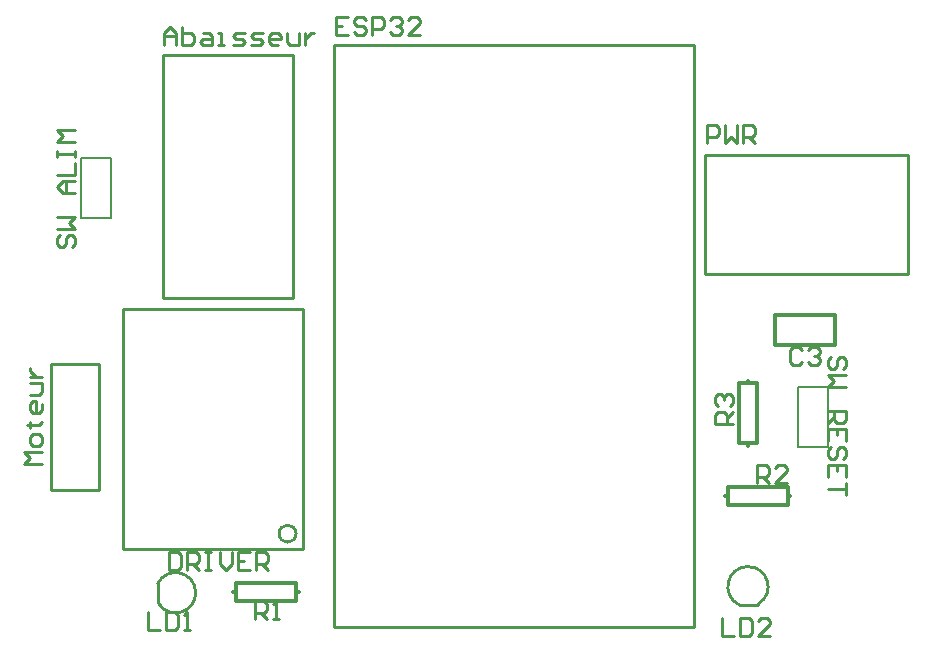
<source format=gto>
G04 Layer_Color=65535*
%FSLAX25Y25*%
%MOIN*%
G70*
G01*
G75*
%ADD20C,0.01000*%
%ADD21C,0.00984*%
%ADD22C,0.01200*%
%ADD23C,0.00787*%
D20*
X99364Y287244D02*
G03*
X99364Y287244I-2828J0D01*
G01*
X253451Y263815D02*
G03*
X247000Y263567I-3451J5752D01*
G01*
X53460Y264108D02*
G03*
X53213Y270559I5752J3451D01*
G01*
X247000Y263567D02*
X253204D01*
X247000D02*
X253204D01*
X247000D02*
X253204D01*
X247000D02*
X253204D01*
X235799Y413543D02*
X303268D01*
Y373858D02*
Y413543D01*
X235799Y373858D02*
X303268D01*
X235799D02*
Y413543D01*
X53213Y264355D02*
Y270559D01*
Y264355D02*
Y270559D01*
Y264355D02*
Y270559D01*
Y264355D02*
Y270559D01*
X236303Y417362D02*
Y423360D01*
X239302D01*
X240302Y422361D01*
Y420361D01*
X239302Y419361D01*
X236303D01*
X242301Y423360D02*
Y417362D01*
X244301Y419361D01*
X246300Y417362D01*
Y423360D01*
X248299Y417362D02*
Y423360D01*
X251298D01*
X252298Y422361D01*
Y420361D01*
X251298Y419361D01*
X248299D01*
X250299D02*
X252298Y417362D01*
X85709Y258701D02*
Y264699D01*
X88708D01*
X89707Y263699D01*
Y261700D01*
X88708Y260700D01*
X85709D01*
X87708D02*
X89707Y258701D01*
X91707D02*
X93706D01*
X92706D01*
Y264699D01*
X91707Y263699D01*
X55503Y450162D02*
Y454161D01*
X57503Y456160D01*
X59502Y454161D01*
Y450162D01*
Y453161D01*
X55503D01*
X61501Y456160D02*
Y450162D01*
X64500D01*
X65500Y451162D01*
Y452162D01*
Y453161D01*
X64500Y454161D01*
X61501D01*
X68499D02*
X70498D01*
X71498Y453161D01*
Y450162D01*
X68499D01*
X67499Y451162D01*
X68499Y452162D01*
X71498D01*
X73497Y450162D02*
X75497D01*
X74497D01*
Y454161D01*
X73497D01*
X78496Y450162D02*
X81495D01*
X82494Y451162D01*
X81495Y452162D01*
X79495D01*
X78496Y453161D01*
X79495Y454161D01*
X82494D01*
X84494Y450162D02*
X87493D01*
X88493Y451162D01*
X87493Y452162D01*
X85493D01*
X84494Y453161D01*
X85493Y454161D01*
X88493D01*
X93491Y450162D02*
X91492D01*
X90492Y451162D01*
Y453161D01*
X91492Y454161D01*
X93491D01*
X94490Y453161D01*
Y452162D01*
X90492D01*
X96490Y454161D02*
Y451162D01*
X97490Y450162D01*
X100489D01*
Y454161D01*
X102488D02*
Y450162D01*
Y452162D01*
X103488Y453161D01*
X104487Y454161D01*
X105487D01*
X57087Y281195D02*
Y275197D01*
X60086D01*
X61085Y276197D01*
Y280195D01*
X60086Y281195D01*
X57087D01*
X63085Y275197D02*
Y281195D01*
X66084D01*
X67083Y280195D01*
Y278196D01*
X66084Y277196D01*
X63085D01*
X65084D02*
X67083Y275197D01*
X69083Y281195D02*
X71082D01*
X70082D01*
Y275197D01*
X69083D01*
X71082D01*
X74081Y281195D02*
Y277196D01*
X76081Y275197D01*
X78080Y277196D01*
Y281195D01*
X84078D02*
X80079D01*
Y275197D01*
X84078D01*
X80079Y278196D02*
X82078D01*
X86077Y275197D02*
Y281195D01*
X89076D01*
X90076Y280195D01*
Y278196D01*
X89076Y277196D01*
X86077D01*
X88077D02*
X90076Y275197D01*
X116602Y459560D02*
X112603D01*
Y453562D01*
X116602D01*
X112603Y456561D02*
X114602D01*
X122600Y458561D02*
X121600Y459560D01*
X119601D01*
X118601Y458561D01*
Y457561D01*
X119601Y456561D01*
X121600D01*
X122600Y455561D01*
Y454562D01*
X121600Y453562D01*
X119601D01*
X118601Y454562D01*
X124599Y453562D02*
Y459560D01*
X127598D01*
X128598Y458561D01*
Y456561D01*
X127598Y455561D01*
X124599D01*
X130597Y458561D02*
X131597Y459560D01*
X133596D01*
X134596Y458561D01*
Y457561D01*
X133596Y456561D01*
X132597D01*
X133596D01*
X134596Y455561D01*
Y454562D01*
X133596Y453562D01*
X131597D01*
X130597Y454562D01*
X140594Y453562D02*
X136595D01*
X140594Y457561D01*
Y458561D01*
X139594Y459560D01*
X137595D01*
X136595Y458561D01*
X245158Y323661D02*
X239159D01*
Y326660D01*
X240159Y327660D01*
X242158D01*
X243158Y326660D01*
Y323661D01*
Y325661D02*
X245158Y327660D01*
X240159Y329660D02*
X239159Y330659D01*
Y332659D01*
X240159Y333658D01*
X241159D01*
X242158Y332659D01*
Y331659D01*
Y332659D01*
X243158Y333658D01*
X244158D01*
X245158Y332659D01*
Y330659D01*
X244158Y329660D01*
X281573Y342182D02*
X282573Y343182D01*
Y345181D01*
X281573Y346181D01*
X280574D01*
X279574Y345181D01*
Y343182D01*
X278574Y342182D01*
X277574D01*
X276575Y343182D01*
Y345181D01*
X277574Y346181D01*
X282573Y340183D02*
X276575D01*
X278574Y338184D01*
X276575Y336184D01*
X282573D01*
X276575Y328187D02*
X282573D01*
Y325188D01*
X281573Y324188D01*
X279574D01*
X278574Y325188D01*
Y328187D01*
Y326188D02*
X276575Y324188D01*
X282573Y318190D02*
Y322189D01*
X276575D01*
Y318190D01*
X279574Y322189D02*
Y320189D01*
X281573Y312192D02*
X282573Y313192D01*
Y315191D01*
X281573Y316191D01*
X280574D01*
X279574Y315191D01*
Y313192D01*
X278574Y312192D01*
X277574D01*
X276575Y313192D01*
Y315191D01*
X277574Y316191D01*
X282573Y306194D02*
Y310193D01*
X276575D01*
Y306194D01*
X279574Y310193D02*
Y308193D01*
X282573Y304195D02*
Y300196D01*
Y302195D01*
X276575D01*
X20671Y386715D02*
X19671Y385716D01*
Y383716D01*
X20671Y382716D01*
X21671D01*
X22670Y383716D01*
Y385716D01*
X23670Y386715D01*
X24670D01*
X25669Y385716D01*
Y383716D01*
X24670Y382716D01*
X19671Y388715D02*
X25669D01*
X23670Y390714D01*
X25669Y392713D01*
X19671D01*
X25669Y400711D02*
X21671D01*
X19671Y402710D01*
X21671Y404709D01*
X25669D01*
X22670D01*
Y400711D01*
X19671Y406709D02*
X25669D01*
Y410708D01*
X19671Y412707D02*
Y414706D01*
Y413706D01*
X25669D01*
Y412707D01*
Y414706D01*
Y417705D02*
X19671D01*
X21671Y419705D01*
X19671Y421704D01*
X25669D01*
X241339Y259148D02*
Y253150D01*
X245337D01*
X247337Y259148D02*
Y253150D01*
X250336D01*
X251335Y254149D01*
Y258148D01*
X250336Y259148D01*
X247337D01*
X257333Y253150D02*
X253335D01*
X257333Y257148D01*
Y258148D01*
X256334Y259148D01*
X254334D01*
X253335Y258148D01*
X50000Y260998D02*
Y255000D01*
X53999D01*
X55998Y260998D02*
Y255000D01*
X58997D01*
X59997Y256000D01*
Y259998D01*
X58997Y260998D01*
X55998D01*
X61996Y255000D02*
X63995D01*
X62996D01*
Y260998D01*
X61996Y259998D01*
X268172Y348306D02*
X267172Y349305D01*
X265173D01*
X264173Y348306D01*
Y344307D01*
X265173Y343307D01*
X267172D01*
X268172Y344307D01*
X270171Y348306D02*
X271171Y349305D01*
X273170D01*
X274170Y348306D01*
Y347306D01*
X273170Y346306D01*
X272171D01*
X273170D01*
X274170Y345306D01*
Y344307D01*
X273170Y343307D01*
X271171D01*
X270171Y344307D01*
X14576Y310486D02*
X8578D01*
X10577Y312485D01*
X8578Y314484D01*
X14576D01*
Y317483D02*
Y319483D01*
X13576Y320482D01*
X11577D01*
X10577Y319483D01*
Y317483D01*
X11577Y316484D01*
X13576D01*
X14576Y317483D01*
X9578Y323481D02*
X10577D01*
Y322482D01*
Y324481D01*
Y323481D01*
X13576D01*
X14576Y324481D01*
Y330479D02*
Y328480D01*
X13576Y327480D01*
X11577D01*
X10577Y328480D01*
Y330479D01*
X11577Y331479D01*
X12577D01*
Y327480D01*
X10577Y333478D02*
X13576D01*
X14576Y334478D01*
Y337477D01*
X10577D01*
Y339476D02*
X14576D01*
X12577D01*
X11577Y340476D01*
X10577Y341476D01*
Y342475D01*
X253031Y303976D02*
Y309974D01*
X256031D01*
X257030Y308975D01*
Y306975D01*
X256031Y305976D01*
X253031D01*
X255031D02*
X257030Y303976D01*
X263028D02*
X259030D01*
X263028Y307975D01*
Y308975D01*
X262029Y309974D01*
X260029D01*
X259030Y308975D01*
D21*
X17669Y301913D02*
X33669D01*
X17669D02*
Y343913D01*
X33669D01*
Y301913D02*
Y343913D01*
X41535Y362244D02*
X101535D01*
X41535Y282244D02*
Y362244D01*
Y282244D02*
X101535D01*
Y362244D01*
X55000Y365827D02*
X98307D01*
X55000D02*
Y446693D01*
X98307D01*
Y365827D02*
Y446693D01*
X112126Y450118D02*
X232126D01*
Y256118D02*
Y450118D01*
X112126Y256118D02*
X232126D01*
X112126D02*
Y450118D01*
D22*
X79409Y264759D02*
Y267759D01*
Y264759D02*
X99410D01*
Y270759D01*
X79409D02*
X99410D01*
X79409Y267759D02*
Y270759D01*
X99410Y267759D02*
X100310D01*
X78509D02*
X79409D01*
X249879Y317362D02*
X252879D01*
Y337362D01*
X246879D02*
X252879D01*
X246879Y317362D02*
Y337362D01*
Y317362D02*
X249879D01*
Y337362D02*
Y338262D01*
Y316462D02*
Y317362D01*
X259173Y360118D02*
X279173D01*
X259173Y350118D02*
Y360118D01*
Y350118D02*
X279173D01*
Y360118D01*
X263268Y299839D02*
Y302839D01*
X243268D02*
X263268D01*
X243268Y296839D02*
Y302839D01*
Y296839D02*
X263268D01*
Y299839D01*
X242368D02*
X243268D01*
X263268D02*
X264168D01*
D23*
X27559Y392323D02*
X37559D01*
X27559D02*
Y412323D01*
X37559D01*
Y392323D02*
Y412323D01*
X266653Y316102D02*
X276654D01*
X266653D02*
Y336102D01*
X276654D01*
Y316102D02*
Y336102D01*
M02*

</source>
